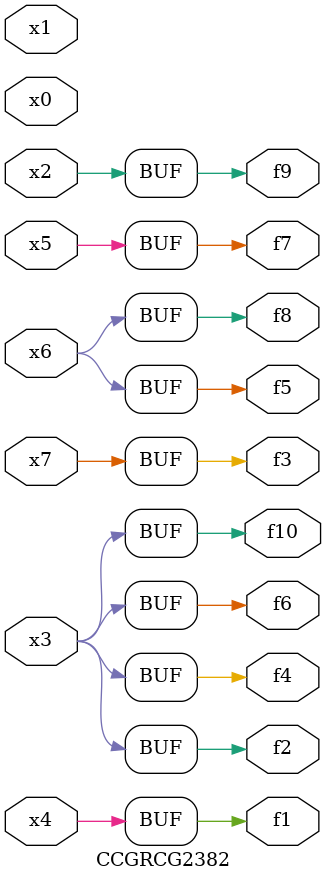
<source format=v>
module CCGRCG2382(
	input x0, x1, x2, x3, x4, x5, x6, x7,
	output f1, f2, f3, f4, f5, f6, f7, f8, f9, f10
);
	assign f1 = x4;
	assign f2 = x3;
	assign f3 = x7;
	assign f4 = x3;
	assign f5 = x6;
	assign f6 = x3;
	assign f7 = x5;
	assign f8 = x6;
	assign f9 = x2;
	assign f10 = x3;
endmodule

</source>
